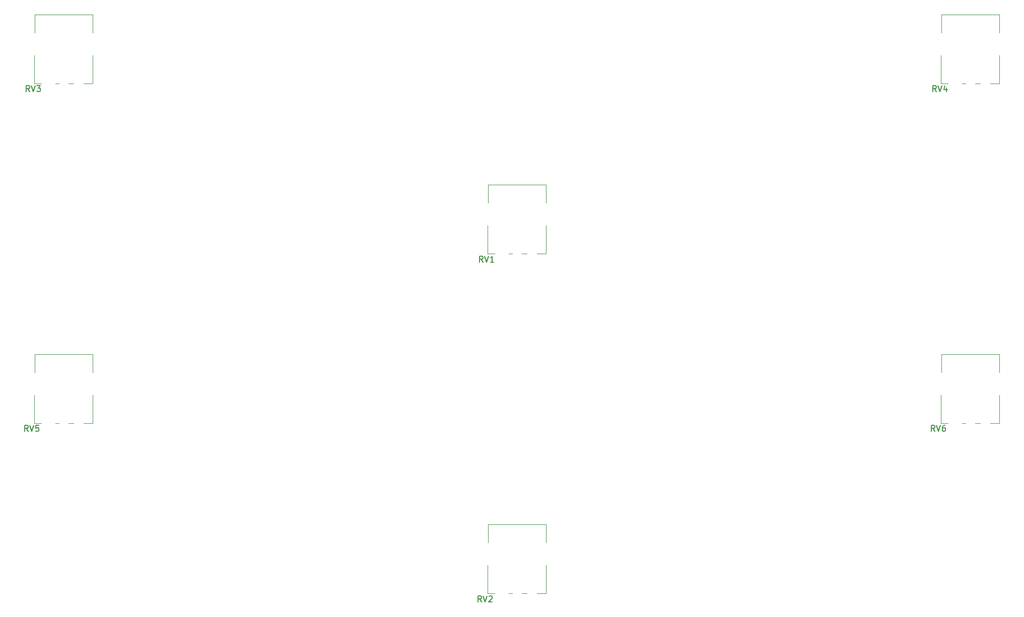
<source format=gto>
G04 #@! TF.GenerationSoftware,KiCad,Pcbnew,6.0.5+dfsg-1~bpo11+1*
G04 #@! TF.CreationDate,2022-08-16T14:47:16+00:00*
G04 #@! TF.ProjectId,filter_board,66696c74-6572-45f6-926f-6172642e6b69,0*
G04 #@! TF.SameCoordinates,Original*
G04 #@! TF.FileFunction,Legend,Top*
G04 #@! TF.FilePolarity,Positive*
%FSLAX46Y46*%
G04 Gerber Fmt 4.6, Leading zero omitted, Abs format (unit mm)*
G04 Created by KiCad (PCBNEW 6.0.5+dfsg-1~bpo11+1) date 2022-08-16 14:47:16*
%MOMM*%
%LPD*%
G01*
G04 APERTURE LIST*
%ADD10C,0.150000*%
%ADD11C,0.120000*%
%ADD12O,2.720000X3.240000*%
%ADD13R,1.800000X1.800000*%
%ADD14C,1.800000*%
%ADD15C,1.600000*%
%ADD16R,1.600000X1.600000*%
%ADD17C,1.440000*%
%ADD18O,2.190000X1.740000*%
%ADD19C,2.000000*%
%ADD20C,1.700000*%
%ADD21O,1.740000X2.190000*%
G04 APERTURE END LIST*
D10*
X62650761Y-116022380D02*
X62317428Y-115546190D01*
X62079333Y-116022380D02*
X62079333Y-115022380D01*
X62460285Y-115022380D01*
X62555523Y-115070000D01*
X62603142Y-115117619D01*
X62650761Y-115212857D01*
X62650761Y-115355714D01*
X62603142Y-115450952D01*
X62555523Y-115498571D01*
X62460285Y-115546190D01*
X62079333Y-115546190D01*
X62936476Y-115022380D02*
X63269809Y-116022380D01*
X63603142Y-115022380D01*
X64412666Y-115022380D02*
X63936476Y-115022380D01*
X63888857Y-115498571D01*
X63936476Y-115450952D01*
X64031714Y-115403333D01*
X64269809Y-115403333D01*
X64365047Y-115450952D01*
X64412666Y-115498571D01*
X64460285Y-115593809D01*
X64460285Y-115831904D01*
X64412666Y-115927142D01*
X64365047Y-115974761D01*
X64269809Y-116022380D01*
X64031714Y-116022380D01*
X63936476Y-115974761D01*
X63888857Y-115927142D01*
X62904761Y-58872380D02*
X62571428Y-58396190D01*
X62333333Y-58872380D02*
X62333333Y-57872380D01*
X62714285Y-57872380D01*
X62809523Y-57920000D01*
X62857142Y-57967619D01*
X62904761Y-58062857D01*
X62904761Y-58205714D01*
X62857142Y-58300952D01*
X62809523Y-58348571D01*
X62714285Y-58396190D01*
X62333333Y-58396190D01*
X63190476Y-57872380D02*
X63523809Y-58872380D01*
X63857142Y-57872380D01*
X64095238Y-57872380D02*
X64714285Y-57872380D01*
X64380952Y-58253333D01*
X64523809Y-58253333D01*
X64619047Y-58300952D01*
X64666666Y-58348571D01*
X64714285Y-58443809D01*
X64714285Y-58681904D01*
X64666666Y-58777142D01*
X64619047Y-58824761D01*
X64523809Y-58872380D01*
X64238095Y-58872380D01*
X64142857Y-58824761D01*
X64095238Y-58777142D01*
X139104761Y-87574380D02*
X138771428Y-87098190D01*
X138533333Y-87574380D02*
X138533333Y-86574380D01*
X138914285Y-86574380D01*
X139009523Y-86622000D01*
X139057142Y-86669619D01*
X139104761Y-86764857D01*
X139104761Y-86907714D01*
X139057142Y-87002952D01*
X139009523Y-87050571D01*
X138914285Y-87098190D01*
X138533333Y-87098190D01*
X139390476Y-86574380D02*
X139723809Y-87574380D01*
X140057142Y-86574380D01*
X140914285Y-87574380D02*
X140342857Y-87574380D01*
X140628571Y-87574380D02*
X140628571Y-86574380D01*
X140533333Y-86717238D01*
X140438095Y-86812476D01*
X140342857Y-86860095D01*
X138850761Y-144724380D02*
X138517428Y-144248190D01*
X138279333Y-144724380D02*
X138279333Y-143724380D01*
X138660285Y-143724380D01*
X138755523Y-143772000D01*
X138803142Y-143819619D01*
X138850761Y-143914857D01*
X138850761Y-144057714D01*
X138803142Y-144152952D01*
X138755523Y-144200571D01*
X138660285Y-144248190D01*
X138279333Y-144248190D01*
X139136476Y-143724380D02*
X139469809Y-144724380D01*
X139803142Y-143724380D01*
X140088857Y-143819619D02*
X140136476Y-143772000D01*
X140231714Y-143724380D01*
X140469809Y-143724380D01*
X140565047Y-143772000D01*
X140612666Y-143819619D01*
X140660285Y-143914857D01*
X140660285Y-144010095D01*
X140612666Y-144152952D01*
X140041238Y-144724380D01*
X140660285Y-144724380D01*
X215304761Y-58872380D02*
X214971428Y-58396190D01*
X214733333Y-58872380D02*
X214733333Y-57872380D01*
X215114285Y-57872380D01*
X215209523Y-57920000D01*
X215257142Y-57967619D01*
X215304761Y-58062857D01*
X215304761Y-58205714D01*
X215257142Y-58300952D01*
X215209523Y-58348571D01*
X215114285Y-58396190D01*
X214733333Y-58396190D01*
X215590476Y-57872380D02*
X215923809Y-58872380D01*
X216257142Y-57872380D01*
X217019047Y-58205714D02*
X217019047Y-58872380D01*
X216780952Y-57824761D02*
X216542857Y-58539047D01*
X217161904Y-58539047D01*
X215050761Y-116022380D02*
X214717428Y-115546190D01*
X214479333Y-116022380D02*
X214479333Y-115022380D01*
X214860285Y-115022380D01*
X214955523Y-115070000D01*
X215003142Y-115117619D01*
X215050761Y-115212857D01*
X215050761Y-115355714D01*
X215003142Y-115450952D01*
X214955523Y-115498571D01*
X214860285Y-115546190D01*
X214479333Y-115546190D01*
X215336476Y-115022380D02*
X215669809Y-116022380D01*
X216003142Y-115022380D01*
X216765047Y-115022380D02*
X216574571Y-115022380D01*
X216479333Y-115070000D01*
X216431714Y-115117619D01*
X216336476Y-115260476D01*
X216288857Y-115450952D01*
X216288857Y-115831904D01*
X216336476Y-115927142D01*
X216384095Y-115974761D01*
X216479333Y-116022380D01*
X216669809Y-116022380D01*
X216765047Y-115974761D01*
X216812666Y-115927142D01*
X216860285Y-115831904D01*
X216860285Y-115593809D01*
X216812666Y-115498571D01*
X216765047Y-115450952D01*
X216669809Y-115403333D01*
X216479333Y-115403333D01*
X216384095Y-115450952D01*
X216336476Y-115498571D01*
X216288857Y-115593809D01*
D11*
X63710000Y-106160000D02*
X63710000Y-103100000D01*
X73450000Y-114690000D02*
X73450000Y-109970000D01*
X64890000Y-114690000D02*
X63710000Y-114690000D01*
X73450000Y-103100000D02*
X63710000Y-103100000D01*
X70240000Y-114690000D02*
X69410000Y-114690000D01*
X73450000Y-106160000D02*
X73450000Y-103100000D01*
X67790000Y-114690000D02*
X67260000Y-114690000D01*
X63700000Y-114690000D02*
X63700000Y-109970000D01*
X73450000Y-114690000D02*
X71960000Y-114690000D01*
X70240000Y-57540000D02*
X69410000Y-57540000D01*
X63710000Y-49010000D02*
X63710000Y-45950000D01*
X67790000Y-57540000D02*
X67260000Y-57540000D01*
X63700000Y-57540000D02*
X63700000Y-52820000D01*
X73450000Y-49010000D02*
X73450000Y-45950000D01*
X73450000Y-45950000D02*
X63710000Y-45950000D01*
X73450000Y-57540000D02*
X71960000Y-57540000D01*
X64890000Y-57540000D02*
X63710000Y-57540000D01*
X73450000Y-57540000D02*
X73450000Y-52820000D01*
X139910000Y-77585000D02*
X139910000Y-74525000D01*
X149650000Y-77585000D02*
X149650000Y-74525000D01*
X143990000Y-86115000D02*
X143460000Y-86115000D01*
X149650000Y-86115000D02*
X149650000Y-81395000D01*
X149650000Y-86115000D02*
X148160000Y-86115000D01*
X149650000Y-74525000D02*
X139910000Y-74525000D01*
X146440000Y-86115000D02*
X145610000Y-86115000D01*
X141090000Y-86115000D02*
X139910000Y-86115000D01*
X139900000Y-86115000D02*
X139900000Y-81395000D01*
X149650000Y-134735000D02*
X149650000Y-131675000D01*
X139910000Y-134735000D02*
X139910000Y-131675000D01*
X143990000Y-143265000D02*
X143460000Y-143265000D01*
X149650000Y-131675000D02*
X139910000Y-131675000D01*
X149650000Y-143265000D02*
X149650000Y-138545000D01*
X146440000Y-143265000D02*
X145610000Y-143265000D01*
X149650000Y-143265000D02*
X148160000Y-143265000D01*
X139900000Y-143265000D02*
X139900000Y-138545000D01*
X141090000Y-143265000D02*
X139910000Y-143265000D01*
X216100000Y-57540000D02*
X216100000Y-52820000D01*
X225850000Y-49010000D02*
X225850000Y-45950000D01*
X216110000Y-49010000D02*
X216110000Y-45950000D01*
X225850000Y-57540000D02*
X225850000Y-52820000D01*
X217290000Y-57540000D02*
X216110000Y-57540000D01*
X225850000Y-45950000D02*
X216110000Y-45950000D01*
X225850000Y-57540000D02*
X224360000Y-57540000D01*
X222640000Y-57540000D02*
X221810000Y-57540000D01*
X220190000Y-57540000D02*
X219660000Y-57540000D01*
X222640000Y-114690000D02*
X221810000Y-114690000D01*
X225850000Y-114690000D02*
X224360000Y-114690000D01*
X220190000Y-114690000D02*
X219660000Y-114690000D01*
X225850000Y-103100000D02*
X216110000Y-103100000D01*
X225850000Y-114690000D02*
X225850000Y-109970000D01*
X217290000Y-114690000D02*
X216110000Y-114690000D01*
X216100000Y-114690000D02*
X216100000Y-109970000D01*
X225850000Y-106160000D02*
X225850000Y-103100000D01*
X216110000Y-106160000D02*
X216110000Y-103100000D01*
%LPC*%
D12*
X73380000Y-108070000D03*
X63780000Y-108070000D03*
D13*
X66080000Y-115570000D03*
D14*
X68580000Y-115570000D03*
X71080000Y-115570000D03*
D12*
X73380000Y-50920000D03*
X63780000Y-50920000D03*
D13*
X66080000Y-58420000D03*
D14*
X68580000Y-58420000D03*
X71080000Y-58420000D03*
D12*
X139980000Y-79495000D03*
X149580000Y-79495000D03*
D13*
X142280000Y-86995000D03*
D14*
X144780000Y-86995000D03*
X147280000Y-86995000D03*
D12*
X149580000Y-136645000D03*
X139980000Y-136645000D03*
D13*
X142280000Y-144145000D03*
D14*
X144780000Y-144145000D03*
X147280000Y-144145000D03*
D12*
X225780000Y-50920000D03*
X216180000Y-50920000D03*
D13*
X218480000Y-58420000D03*
D14*
X220980000Y-58420000D03*
X223480000Y-58420000D03*
D12*
X225780000Y-108070000D03*
X216180000Y-108070000D03*
D13*
X218480000Y-115570000D03*
D14*
X220980000Y-115570000D03*
X223480000Y-115570000D03*
D15*
X198105400Y-74318500D03*
X193105400Y-74318500D03*
X171341400Y-72286500D03*
X176341400Y-72286500D03*
D16*
X103376100Y-98450400D03*
D15*
X100876100Y-98450400D03*
X184404000Y-72288400D03*
X179404000Y-72288400D03*
D17*
X106424100Y-119786400D03*
X106424100Y-117246400D03*
X106424100Y-114706400D03*
G36*
G01*
X66465000Y-88030000D02*
X68155000Y-88030000D01*
G75*
G02*
X68405000Y-88280000I0J-250000D01*
G01*
X68405000Y-89520000D01*
G75*
G02*
X68155000Y-89770000I-250000J0D01*
G01*
X66465000Y-89770000D01*
G75*
G02*
X66215000Y-89520000I0J250000D01*
G01*
X66215000Y-88280000D01*
G75*
G02*
X66465000Y-88030000I250000J0D01*
G01*
G37*
D18*
X67310000Y-91440000D03*
X67310000Y-93980000D03*
X67310000Y-96520000D03*
D19*
X90170000Y-51435000D03*
D17*
X180405400Y-119540500D03*
X180405400Y-117000500D03*
X180405400Y-114460500D03*
D19*
X170815000Y-51435000D03*
D17*
X173293400Y-119530500D03*
X173293400Y-116990500D03*
X173293400Y-114450500D03*
D15*
X193105400Y-87526500D03*
X198105400Y-87526500D03*
D19*
X210185000Y-142875000D03*
X160020000Y-51435000D03*
D15*
X89232100Y-73558400D03*
X94232100Y-73558400D03*
G36*
G01*
X223095000Y-139300000D02*
X221405000Y-139300000D01*
G75*
G02*
X221155000Y-139050000I0J250000D01*
G01*
X221155000Y-137810000D01*
G75*
G02*
X221405000Y-137560000I250000J0D01*
G01*
X223095000Y-137560000D01*
G75*
G02*
X223345000Y-137810000I0J-250000D01*
G01*
X223345000Y-139050000D01*
G75*
G02*
X223095000Y-139300000I-250000J0D01*
G01*
G37*
D18*
X222250000Y-135890000D03*
X222250000Y-133350000D03*
X222250000Y-130810000D03*
X222250000Y-128270000D03*
X222250000Y-125730000D03*
X222250000Y-123190000D03*
X222250000Y-120650000D03*
D15*
X112092100Y-87782400D03*
X117092100Y-87782400D03*
D19*
X85090000Y-131445000D03*
X79375000Y-51435000D03*
X210185000Y-120015000D03*
G36*
G01*
X123790000Y-139915000D02*
X122590000Y-139915000D01*
G75*
G02*
X122340000Y-139665000I0J250000D01*
G01*
X122340000Y-138465000D01*
G75*
G02*
X122590000Y-138215000I250000J0D01*
G01*
X123790000Y-138215000D01*
G75*
G02*
X124040000Y-138465000I0J-250000D01*
G01*
X124040000Y-139665000D01*
G75*
G02*
X123790000Y-139915000I-250000J0D01*
G01*
G37*
D20*
X123190000Y-136525000D03*
X120650000Y-139065000D03*
X120650000Y-136525000D03*
X118110000Y-139065000D03*
X118110000Y-136525000D03*
X115570000Y-139065000D03*
X115570000Y-136525000D03*
X113030000Y-139065000D03*
X113030000Y-136525000D03*
D16*
X184977400Y-98194500D03*
D15*
X182477400Y-98194500D03*
X193105400Y-113942500D03*
X198105400Y-113942500D03*
D16*
X184977400Y-106830500D03*
D15*
X182477400Y-106830500D03*
D16*
X103376100Y-107086400D03*
D15*
X100876100Y-107086400D03*
D16*
X184977400Y-89558500D03*
D15*
X182477400Y-89558500D03*
D16*
X135167380Y-137795000D03*
D15*
X132667380Y-137795000D03*
X198105400Y-100734500D03*
X193105400Y-100734500D03*
D17*
X99312100Y-119786400D03*
X99312100Y-117246400D03*
X99312100Y-114706400D03*
D15*
X112092100Y-114198400D03*
X117092100Y-114198400D03*
D16*
X203733400Y-122070500D03*
D15*
X201233400Y-122070500D03*
X117092100Y-100990400D03*
X112092100Y-100990400D03*
D17*
X92200100Y-119786400D03*
X92200100Y-117246400D03*
X92200100Y-114706400D03*
D19*
X85090000Y-120015000D03*
D17*
X187517400Y-119530500D03*
X187517400Y-116990500D03*
X187517400Y-114450500D03*
G36*
G01*
X157880000Y-141180000D02*
X157880000Y-139490000D01*
G75*
G02*
X158130000Y-139240000I250000J0D01*
G01*
X159370000Y-139240000D01*
G75*
G02*
X159620000Y-139490000I0J-250000D01*
G01*
X159620000Y-141180000D01*
G75*
G02*
X159370000Y-141430000I-250000J0D01*
G01*
X158130000Y-141430000D01*
G75*
G02*
X157880000Y-141180000I0J250000D01*
G01*
G37*
D21*
X161290000Y-140335000D03*
X163830000Y-140335000D03*
D16*
X123148100Y-122326400D03*
D15*
X120648100Y-122326400D03*
D19*
X210185000Y-131445000D03*
D16*
X135128000Y-130048000D03*
D15*
X132628000Y-130048000D03*
D19*
X85090000Y-142875000D03*
G36*
G01*
X66465000Y-69615000D02*
X68155000Y-69615000D01*
G75*
G02*
X68405000Y-69865000I0J-250000D01*
G01*
X68405000Y-71105000D01*
G75*
G02*
X68155000Y-71355000I-250000J0D01*
G01*
X66465000Y-71355000D01*
G75*
G02*
X66215000Y-71105000I0J250000D01*
G01*
X66215000Y-69865000D01*
G75*
G02*
X66465000Y-69615000I250000J0D01*
G01*
G37*
D18*
X67310000Y-73025000D03*
X67310000Y-75565000D03*
X67310000Y-78105000D03*
X67310000Y-80645000D03*
D15*
X117092100Y-74574400D03*
X112092100Y-74574400D03*
X102280100Y-73558400D03*
X97280100Y-73558400D03*
D16*
X103376100Y-89814400D03*
D15*
X100876100Y-89814400D03*
M02*

</source>
